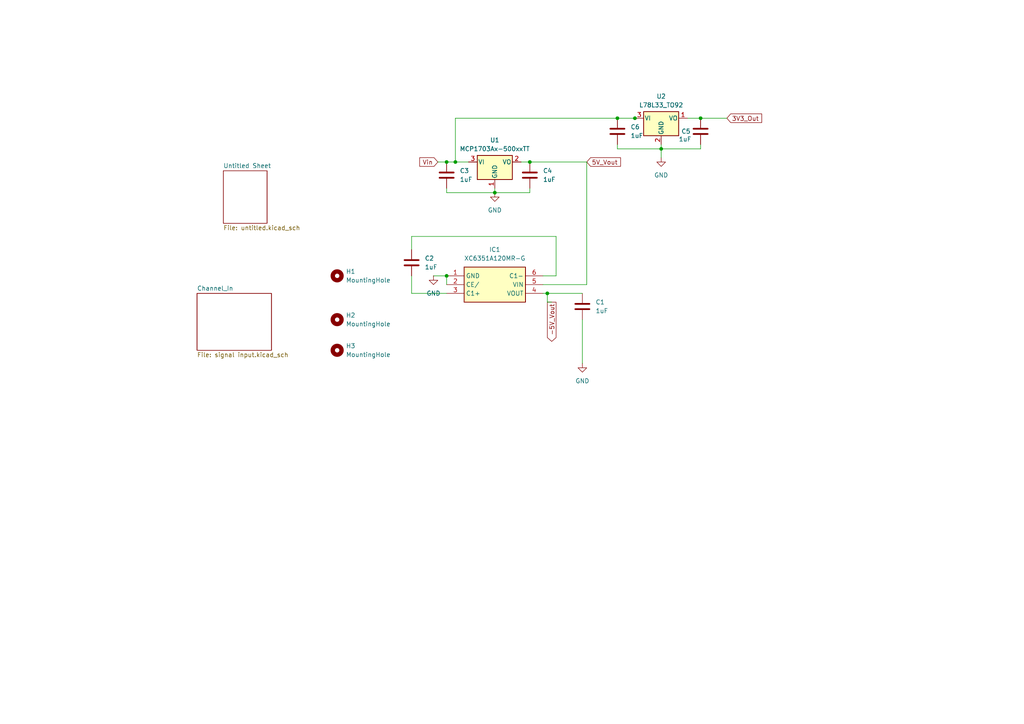
<source format=kicad_sch>
(kicad_sch
	(version 20231120)
	(generator "eeschema")
	(generator_version "8.0")
	(uuid "9f139c87-81e2-409a-bef7-e6303da3de05")
	(paper "A4")
	(lib_symbols
		(symbol "Device:C"
			(pin_numbers hide)
			(pin_names
				(offset 0.254)
			)
			(exclude_from_sim no)
			(in_bom yes)
			(on_board yes)
			(property "Reference" "C"
				(at 0.635 2.54 0)
				(effects
					(font
						(size 1.27 1.27)
					)
					(justify left)
				)
			)
			(property "Value" "C"
				(at 0.635 -2.54 0)
				(effects
					(font
						(size 1.27 1.27)
					)
					(justify left)
				)
			)
			(property "Footprint" ""
				(at 0.9652 -3.81 0)
				(effects
					(font
						(size 1.27 1.27)
					)
					(hide yes)
				)
			)
			(property "Datasheet" "~"
				(at 0 0 0)
				(effects
					(font
						(size 1.27 1.27)
					)
					(hide yes)
				)
			)
			(property "Description" "Unpolarized capacitor"
				(at 0 0 0)
				(effects
					(font
						(size 1.27 1.27)
					)
					(hide yes)
				)
			)
			(property "ki_keywords" "cap capacitor"
				(at 0 0 0)
				(effects
					(font
						(size 1.27 1.27)
					)
					(hide yes)
				)
			)
			(property "ki_fp_filters" "C_*"
				(at 0 0 0)
				(effects
					(font
						(size 1.27 1.27)
					)
					(hide yes)
				)
			)
			(symbol "C_0_1"
				(polyline
					(pts
						(xy -2.032 -0.762) (xy 2.032 -0.762)
					)
					(stroke
						(width 0.508)
						(type default)
					)
					(fill
						(type none)
					)
				)
				(polyline
					(pts
						(xy -2.032 0.762) (xy 2.032 0.762)
					)
					(stroke
						(width 0.508)
						(type default)
					)
					(fill
						(type none)
					)
				)
			)
			(symbol "C_1_1"
				(pin passive line
					(at 0 3.81 270)
					(length 2.794)
					(name "~"
						(effects
							(font
								(size 1.27 1.27)
							)
						)
					)
					(number "1"
						(effects
							(font
								(size 1.27 1.27)
							)
						)
					)
				)
				(pin passive line
					(at 0 -3.81 90)
					(length 2.794)
					(name "~"
						(effects
							(font
								(size 1.27 1.27)
							)
						)
					)
					(number "2"
						(effects
							(font
								(size 1.27 1.27)
							)
						)
					)
				)
			)
		)
		(symbol "Mechanical:MountingHole"
			(pin_names
				(offset 1.016)
			)
			(exclude_from_sim yes)
			(in_bom no)
			(on_board yes)
			(property "Reference" "H"
				(at 0 5.08 0)
				(effects
					(font
						(size 1.27 1.27)
					)
				)
			)
			(property "Value" "MountingHole"
				(at 0 3.175 0)
				(effects
					(font
						(size 1.27 1.27)
					)
				)
			)
			(property "Footprint" ""
				(at 0 0 0)
				(effects
					(font
						(size 1.27 1.27)
					)
					(hide yes)
				)
			)
			(property "Datasheet" "~"
				(at 0 0 0)
				(effects
					(font
						(size 1.27 1.27)
					)
					(hide yes)
				)
			)
			(property "Description" "Mounting Hole without connection"
				(at 0 0 0)
				(effects
					(font
						(size 1.27 1.27)
					)
					(hide yes)
				)
			)
			(property "ki_keywords" "mounting hole"
				(at 0 0 0)
				(effects
					(font
						(size 1.27 1.27)
					)
					(hide yes)
				)
			)
			(property "ki_fp_filters" "MountingHole*"
				(at 0 0 0)
				(effects
					(font
						(size 1.27 1.27)
					)
					(hide yes)
				)
			)
			(symbol "MountingHole_0_1"
				(circle
					(center 0 0)
					(radius 1.27)
					(stroke
						(width 1.27)
						(type default)
					)
					(fill
						(type none)
					)
				)
			)
		)
		(symbol "Regulator_Linear:L78L33_TO92"
			(pin_names
				(offset 0.254)
			)
			(exclude_from_sim no)
			(in_bom yes)
			(on_board yes)
			(property "Reference" "U"
				(at -3.81 3.175 0)
				(effects
					(font
						(size 1.27 1.27)
					)
				)
			)
			(property "Value" "L78L33_TO92"
				(at 0 3.175 0)
				(effects
					(font
						(size 1.27 1.27)
					)
					(justify left)
				)
			)
			(property "Footprint" "Package_TO_SOT_THT:TO-92_Inline"
				(at 0 5.715 0)
				(effects
					(font
						(size 1.27 1.27)
						(italic yes)
					)
					(hide yes)
				)
			)
			(property "Datasheet" "http://www.st.com/content/ccc/resource/technical/document/datasheet/15/55/e5/aa/23/5b/43/fd/CD00000446.pdf/files/CD00000446.pdf/jcr:content/translations/en.CD00000446.pdf"
				(at 0 -1.27 0)
				(effects
					(font
						(size 1.27 1.27)
					)
					(hide yes)
				)
			)
			(property "Description" "Positive 100mA 30V Linear Regulator, Fixed Output 3.3V, TO-92"
				(at 0 0 0)
				(effects
					(font
						(size 1.27 1.27)
					)
					(hide yes)
				)
			)
			(property "ki_keywords" "Voltage Regulator 100mA Positive"
				(at 0 0 0)
				(effects
					(font
						(size 1.27 1.27)
					)
					(hide yes)
				)
			)
			(property "ki_fp_filters" "TO?92*"
				(at 0 0 0)
				(effects
					(font
						(size 1.27 1.27)
					)
					(hide yes)
				)
			)
			(symbol "L78L33_TO92_0_1"
				(rectangle
					(start -5.08 -5.08)
					(end 5.08 1.905)
					(stroke
						(width 0.254)
						(type default)
					)
					(fill
						(type background)
					)
				)
			)
			(symbol "L78L33_TO92_1_1"
				(pin power_out line
					(at 7.62 0 180)
					(length 2.54)
					(name "VO"
						(effects
							(font
								(size 1.27 1.27)
							)
						)
					)
					(number "1"
						(effects
							(font
								(size 1.27 1.27)
							)
						)
					)
				)
				(pin power_in line
					(at 0 -7.62 90)
					(length 2.54)
					(name "GND"
						(effects
							(font
								(size 1.27 1.27)
							)
						)
					)
					(number "2"
						(effects
							(font
								(size 1.27 1.27)
							)
						)
					)
				)
				(pin power_in line
					(at -7.62 0 0)
					(length 2.54)
					(name "VI"
						(effects
							(font
								(size 1.27 1.27)
							)
						)
					)
					(number "3"
						(effects
							(font
								(size 1.27 1.27)
							)
						)
					)
				)
			)
		)
		(symbol "Regulator_Linear:MCP1703Ax-500xxTT"
			(pin_names
				(offset 0.254)
			)
			(exclude_from_sim no)
			(in_bom yes)
			(on_board yes)
			(property "Reference" "U"
				(at -3.81 3.175 0)
				(effects
					(font
						(size 1.27 1.27)
					)
				)
			)
			(property "Value" "MCP1703Ax-500xxTT"
				(at 0 3.175 0)
				(effects
					(font
						(size 1.27 1.27)
					)
					(justify left)
				)
			)
			(property "Footprint" "Package_TO_SOT_SMD:SOT-23"
				(at 0 5.08 0)
				(effects
					(font
						(size 1.27 1.27)
					)
					(hide yes)
				)
			)
			(property "Datasheet" "http://ww1.microchip.com/downloads/en/DeviceDoc/20005122B.pdf"
				(at 0 -1.27 0)
				(effects
					(font
						(size 1.27 1.27)
					)
					(hide yes)
				)
			)
			(property "Description" "Low Quiescent Current LDO Regulator, 5.0V, 250mA, Vin<=16V, SOT-23"
				(at 0 0 0)
				(effects
					(font
						(size 1.27 1.27)
					)
					(hide yes)
				)
			)
			(property "ki_keywords" "REGULATOR LDO"
				(at 0 0 0)
				(effects
					(font
						(size 1.27 1.27)
					)
					(hide yes)
				)
			)
			(property "ki_fp_filters" "SOT?23*"
				(at 0 0 0)
				(effects
					(font
						(size 1.27 1.27)
					)
					(hide yes)
				)
			)
			(symbol "MCP1703Ax-500xxTT_0_1"
				(rectangle
					(start -5.08 -5.08)
					(end 5.08 1.905)
					(stroke
						(width 0.254)
						(type default)
					)
					(fill
						(type background)
					)
				)
			)
			(symbol "MCP1703Ax-500xxTT_1_1"
				(pin power_in line
					(at 0 -7.62 90)
					(length 2.54)
					(name "GND"
						(effects
							(font
								(size 1.27 1.27)
							)
						)
					)
					(number "1"
						(effects
							(font
								(size 1.27 1.27)
							)
						)
					)
				)
				(pin power_out line
					(at 7.62 0 180)
					(length 2.54)
					(name "VO"
						(effects
							(font
								(size 1.27 1.27)
							)
						)
					)
					(number "2"
						(effects
							(font
								(size 1.27 1.27)
							)
						)
					)
				)
				(pin power_in line
					(at -7.62 0 0)
					(length 2.54)
					(name "VI"
						(effects
							(font
								(size 1.27 1.27)
							)
						)
					)
					(number "3"
						(effects
							(font
								(size 1.27 1.27)
							)
						)
					)
				)
			)
		)
		(symbol "Voltage_Regulator_Torex:XC6351A120MR-G"
			(exclude_from_sim no)
			(in_bom yes)
			(on_board yes)
			(property "Reference" "IC"
				(at 24.13 7.62 0)
				(effects
					(font
						(size 1.27 1.27)
					)
					(justify left top)
				)
			)
			(property "Value" "XC6351A120MR-G"
				(at 24.13 5.08 0)
				(effects
					(font
						(size 1.27 1.27)
					)
					(justify left top)
				)
			)
			(property "Footprint" "SOT95P280X130-6N"
				(at 24.13 -94.92 0)
				(effects
					(font
						(size 1.27 1.27)
					)
					(justify left top)
					(hide yes)
				)
			)
			(property "Datasheet" ""
				(at 24.13 -194.92 0)
				(effects
					(font
						(size 1.27 1.27)
					)
					(justify left top)
					(hide yes)
				)
			)
			(property "Description" "Switching Voltage Regulators Inverter Charge Pump"
				(at 0 0 0)
				(effects
					(font
						(size 1.27 1.27)
					)
					(hide yes)
				)
			)
			(property "Height" "1.3"
				(at 24.13 -394.92 0)
				(effects
					(font
						(size 1.27 1.27)
					)
					(justify left top)
					(hide yes)
				)
			)
			(property "Mouser Part Number" "865-XC6351A120MR-G"
				(at 24.13 -494.92 0)
				(effects
					(font
						(size 1.27 1.27)
					)
					(justify left top)
					(hide yes)
				)
			)
			(property "Mouser Price/Stock" "https://www.mouser.co.uk/ProductDetail/Torex-Semiconductor/XC6351A120MR-G?qs=AsjdqWjXhJ%2Fyet0HYzLeXQ%3D%3D"
				(at 24.13 -594.92 0)
				(effects
					(font
						(size 1.27 1.27)
					)
					(justify left top)
					(hide yes)
				)
			)
			(property "Manufacturer_Name" "Torex"
				(at 24.13 -694.92 0)
				(effects
					(font
						(size 1.27 1.27)
					)
					(justify left top)
					(hide yes)
				)
			)
			(property "Manufacturer_Part_Number" "XC6351A120MR-G"
				(at 24.13 -794.92 0)
				(effects
					(font
						(size 1.27 1.27)
					)
					(justify left top)
					(hide yes)
				)
			)
			(symbol "XC6351A120MR-G_1_1"
				(rectangle
					(start 5.08 2.54)
					(end 22.86 -7.62)
					(stroke
						(width 0.254)
						(type default)
					)
					(fill
						(type background)
					)
				)
				(pin passive line
					(at 0 0 0)
					(length 5.08)
					(name "GND"
						(effects
							(font
								(size 1.27 1.27)
							)
						)
					)
					(number "1"
						(effects
							(font
								(size 1.27 1.27)
							)
						)
					)
				)
				(pin passive line
					(at 0 -2.54 0)
					(length 5.08)
					(name "CE/"
						(effects
							(font
								(size 1.27 1.27)
							)
						)
					)
					(number "2"
						(effects
							(font
								(size 1.27 1.27)
							)
						)
					)
				)
				(pin passive line
					(at 0 -5.08 0)
					(length 5.08)
					(name "C1+"
						(effects
							(font
								(size 1.27 1.27)
							)
						)
					)
					(number "3"
						(effects
							(font
								(size 1.27 1.27)
							)
						)
					)
				)
				(pin passive line
					(at 27.94 -5.08 180)
					(length 5.08)
					(name "VOUT"
						(effects
							(font
								(size 1.27 1.27)
							)
						)
					)
					(number "4"
						(effects
							(font
								(size 1.27 1.27)
							)
						)
					)
				)
				(pin passive line
					(at 27.94 -2.54 180)
					(length 5.08)
					(name "VIN"
						(effects
							(font
								(size 1.27 1.27)
							)
						)
					)
					(number "5"
						(effects
							(font
								(size 1.27 1.27)
							)
						)
					)
				)
				(pin passive line
					(at 27.94 0 180)
					(length 5.08)
					(name "C1-"
						(effects
							(font
								(size 1.27 1.27)
							)
						)
					)
					(number "6"
						(effects
							(font
								(size 1.27 1.27)
							)
						)
					)
				)
			)
		)
		(symbol "power:GND"
			(power)
			(pin_numbers hide)
			(pin_names
				(offset 0) hide)
			(exclude_from_sim no)
			(in_bom yes)
			(on_board yes)
			(property "Reference" "#PWR"
				(at 0 -6.35 0)
				(effects
					(font
						(size 1.27 1.27)
					)
					(hide yes)
				)
			)
			(property "Value" "GND"
				(at 0 -3.81 0)
				(effects
					(font
						(size 1.27 1.27)
					)
				)
			)
			(property "Footprint" ""
				(at 0 0 0)
				(effects
					(font
						(size 1.27 1.27)
					)
					(hide yes)
				)
			)
			(property "Datasheet" ""
				(at 0 0 0)
				(effects
					(font
						(size 1.27 1.27)
					)
					(hide yes)
				)
			)
			(property "Description" "Power symbol creates a global label with name \"GND\" , ground"
				(at 0 0 0)
				(effects
					(font
						(size 1.27 1.27)
					)
					(hide yes)
				)
			)
			(property "ki_keywords" "global power"
				(at 0 0 0)
				(effects
					(font
						(size 1.27 1.27)
					)
					(hide yes)
				)
			)
			(symbol "GND_0_1"
				(polyline
					(pts
						(xy 0 0) (xy 0 -1.27) (xy 1.27 -1.27) (xy 0 -2.54) (xy -1.27 -1.27) (xy 0 -1.27)
					)
					(stroke
						(width 0)
						(type default)
					)
					(fill
						(type none)
					)
				)
			)
			(symbol "GND_1_1"
				(pin power_in line
					(at 0 0 270)
					(length 0)
					(name "~"
						(effects
							(font
								(size 1.27 1.27)
							)
						)
					)
					(number "1"
						(effects
							(font
								(size 1.27 1.27)
							)
						)
					)
				)
			)
		)
	)
	(junction
		(at 184.15 34.29)
		(diameter 0)
		(color 0 0 0 0)
		(uuid "0abe10c2-838b-42a7-9ac5-d08ecc1d6b64")
	)
	(junction
		(at 129.54 46.99)
		(diameter 0)
		(color 0 0 0 0)
		(uuid "4bbd3102-fca5-4fb1-852e-916478b3f00a")
	)
	(junction
		(at 143.51 55.88)
		(diameter 0)
		(color 0 0 0 0)
		(uuid "532f9fd9-5018-4f92-93a0-aa424c5d6a9c")
	)
	(junction
		(at 203.2 34.29)
		(diameter 0)
		(color 0 0 0 0)
		(uuid "5ce5fe4a-4e88-46ff-a8ad-ecc4362b6258")
	)
	(junction
		(at 158.75 85.09)
		(diameter 0)
		(color 0 0 0 0)
		(uuid "7adb674d-69c4-48ac-abf6-f37795da3712")
	)
	(junction
		(at 179.07 34.29)
		(diameter 0)
		(color 0 0 0 0)
		(uuid "8fabacf5-69b7-40a3-8d13-7ceac58c8fce")
	)
	(junction
		(at 129.54 80.01)
		(diameter 0)
		(color 0 0 0 0)
		(uuid "907ce87b-397c-42b2-ac6a-c1d633090034")
	)
	(junction
		(at 132.08 46.99)
		(diameter 0)
		(color 0 0 0 0)
		(uuid "a101acbb-3323-423d-85d5-f4c59af25a80")
	)
	(junction
		(at 191.77 43.18)
		(diameter 0)
		(color 0 0 0 0)
		(uuid "cb40cbe1-d380-4262-b3f3-75fe12cf3385")
	)
	(junction
		(at 153.67 46.99)
		(diameter 0)
		(color 0 0 0 0)
		(uuid "cec872a6-531c-4b65-af08-b0d4424a9dbe")
	)
	(wire
		(pts
			(xy 191.77 45.72) (xy 191.77 43.18)
		)
		(stroke
			(width 0)
			(type default)
		)
		(uuid "05eec3e3-8e9e-4677-a78e-3087adfcd234")
	)
	(wire
		(pts
			(xy 119.38 80.01) (xy 119.38 85.09)
		)
		(stroke
			(width 0)
			(type default)
		)
		(uuid "0d56f6ed-d994-4ff1-9ac4-cf56394ce056")
	)
	(wire
		(pts
			(xy 143.51 55.88) (xy 129.54 55.88)
		)
		(stroke
			(width 0)
			(type default)
		)
		(uuid "121879dc-caba-4760-9132-c01c40d2d08f")
	)
	(wire
		(pts
			(xy 158.75 85.09) (xy 168.91 85.09)
		)
		(stroke
			(width 0)
			(type default)
		)
		(uuid "14e2ebf4-7c8f-4ddd-9829-aaec3a2e8233")
	)
	(wire
		(pts
			(xy 129.54 54.61) (xy 129.54 55.88)
		)
		(stroke
			(width 0)
			(type default)
		)
		(uuid "1f88330c-bd56-49d7-970f-3bcaa6a141eb")
	)
	(wire
		(pts
			(xy 199.39 34.29) (xy 203.2 34.29)
		)
		(stroke
			(width 0)
			(type default)
		)
		(uuid "29968bd3-a98b-47b9-a872-e1bc3d2b7b61")
	)
	(wire
		(pts
			(xy 158.75 87.63) (xy 158.75 85.09)
		)
		(stroke
			(width 0)
			(type default)
		)
		(uuid "36a22404-afb3-48b9-a3db-5279a58026bf")
	)
	(wire
		(pts
			(xy 179.07 34.29) (xy 184.15 34.29)
		)
		(stroke
			(width 0)
			(type default)
		)
		(uuid "3903f81d-0ed1-46d5-879d-3c2563e4f218")
	)
	(wire
		(pts
			(xy 143.51 54.61) (xy 143.51 55.88)
		)
		(stroke
			(width 0)
			(type default)
		)
		(uuid "3f141834-bd5d-4708-90cb-0b0a99e0abe2")
	)
	(wire
		(pts
			(xy 143.51 55.88) (xy 153.67 55.88)
		)
		(stroke
			(width 0)
			(type default)
		)
		(uuid "451f4378-a99e-40cf-97c6-c7bfef81e384")
	)
	(wire
		(pts
			(xy 179.07 43.18) (xy 191.77 43.18)
		)
		(stroke
			(width 0)
			(type default)
		)
		(uuid "46870e0f-d6aa-4592-b453-98e97b3cded2")
	)
	(wire
		(pts
			(xy 184.15 34.29) (xy 185.42 34.29)
		)
		(stroke
			(width 0)
			(type default)
		)
		(uuid "531b10c0-a655-4073-96f7-f24236616124")
	)
	(wire
		(pts
			(xy 153.67 54.61) (xy 153.67 55.88)
		)
		(stroke
			(width 0)
			(type default)
		)
		(uuid "64a89943-32ec-4ad7-9a73-16ef925c7172")
	)
	(wire
		(pts
			(xy 129.54 46.99) (xy 132.08 46.99)
		)
		(stroke
			(width 0)
			(type default)
		)
		(uuid "664e924f-0c4a-49da-b817-b108260a26d8")
	)
	(wire
		(pts
			(xy 157.48 82.55) (xy 170.18 82.55)
		)
		(stroke
			(width 0)
			(type default)
		)
		(uuid "69fe6d68-9445-40c7-bee9-78429a4a1ab0")
	)
	(wire
		(pts
			(xy 132.08 46.99) (xy 135.89 46.99)
		)
		(stroke
			(width 0)
			(type default)
		)
		(uuid "72072ac0-abff-4ff2-bff3-674aa7c9f1bc")
	)
	(wire
		(pts
			(xy 129.54 80.01) (xy 129.54 82.55)
		)
		(stroke
			(width 0)
			(type default)
		)
		(uuid "742f4369-b532-4898-8b0c-e93ccf000e83")
	)
	(wire
		(pts
			(xy 125.73 80.01) (xy 129.54 80.01)
		)
		(stroke
			(width 0)
			(type default)
		)
		(uuid "77404cb6-22d8-4ef7-a833-099d2aefb767")
	)
	(wire
		(pts
			(xy 168.91 92.71) (xy 168.91 105.41)
		)
		(stroke
			(width 0)
			(type default)
		)
		(uuid "897126fa-7d30-4d48-87e0-c022091d2110")
	)
	(wire
		(pts
			(xy 119.38 68.58) (xy 161.29 68.58)
		)
		(stroke
			(width 0)
			(type default)
		)
		(uuid "8ef48fc3-49be-4d00-99dc-7a7a285aab3b")
	)
	(wire
		(pts
			(xy 158.75 87.63) (xy 160.02 87.63)
		)
		(stroke
			(width 0)
			(type default)
		)
		(uuid "922d7382-4e89-4f25-806f-4c3b232d1491")
	)
	(wire
		(pts
			(xy 203.2 43.18) (xy 203.2 41.91)
		)
		(stroke
			(width 0)
			(type default)
		)
		(uuid "97906eb1-ee55-44fc-a8d7-6d40caa4bd68")
	)
	(wire
		(pts
			(xy 161.29 68.58) (xy 161.29 80.01)
		)
		(stroke
			(width 0)
			(type default)
		)
		(uuid "9e368ec9-7240-482a-bc86-eb62f4c26757")
	)
	(wire
		(pts
			(xy 161.29 80.01) (xy 157.48 80.01)
		)
		(stroke
			(width 0)
			(type default)
		)
		(uuid "9fc474cf-0d40-4341-a946-43294ac55cf9")
	)
	(wire
		(pts
			(xy 151.13 46.99) (xy 153.67 46.99)
		)
		(stroke
			(width 0)
			(type default)
		)
		(uuid "abd5dcec-b47b-4f1a-b087-ffa97adb3df9")
	)
	(wire
		(pts
			(xy 119.38 85.09) (xy 129.54 85.09)
		)
		(stroke
			(width 0)
			(type default)
		)
		(uuid "ac2d3485-3c3b-49d4-8276-5500bc67be47")
	)
	(wire
		(pts
			(xy 170.18 46.99) (xy 153.67 46.99)
		)
		(stroke
			(width 0)
			(type default)
		)
		(uuid "b3f2d49e-689c-4b0f-9bab-0d75c5d53294")
	)
	(wire
		(pts
			(xy 203.2 34.29) (xy 210.82 34.29)
		)
		(stroke
			(width 0)
			(type default)
		)
		(uuid "beb3556b-286b-4531-982c-ae47e4421e40")
	)
	(wire
		(pts
			(xy 132.08 34.29) (xy 179.07 34.29)
		)
		(stroke
			(width 0)
			(type default)
		)
		(uuid "bf91539b-5479-4a4e-9dc0-966fabd08942")
	)
	(wire
		(pts
			(xy 119.38 72.39) (xy 119.38 68.58)
		)
		(stroke
			(width 0)
			(type default)
		)
		(uuid "ce9d7031-f46b-47bf-8184-68044d99f246")
	)
	(wire
		(pts
			(xy 179.07 41.91) (xy 179.07 43.18)
		)
		(stroke
			(width 0)
			(type default)
		)
		(uuid "d4e7fa71-865b-4020-8b68-2688511b9c8c")
	)
	(wire
		(pts
			(xy 170.18 46.99) (xy 170.18 82.55)
		)
		(stroke
			(width 0)
			(type default)
		)
		(uuid "e5889c5e-3ed0-4cc5-89c7-753429e6a24d")
	)
	(wire
		(pts
			(xy 127 46.99) (xy 129.54 46.99)
		)
		(stroke
			(width 0)
			(type default)
		)
		(uuid "e9db8ae0-c95c-46da-aa2d-4c9c9812f367")
	)
	(wire
		(pts
			(xy 158.75 85.09) (xy 157.48 85.09)
		)
		(stroke
			(width 0)
			(type default)
		)
		(uuid "ea252ceb-0755-4bf3-aa88-5eaf0f2d1113")
	)
	(wire
		(pts
			(xy 132.08 46.99) (xy 132.08 34.29)
		)
		(stroke
			(width 0)
			(type default)
		)
		(uuid "ec7bcc54-cf99-46c6-8d0d-cbe3d020f51a")
	)
	(wire
		(pts
			(xy 191.77 43.18) (xy 203.2 43.18)
		)
		(stroke
			(width 0)
			(type default)
		)
		(uuid "f4ee9b96-7fd4-43c8-a56b-e19ec15c4beb")
	)
	(wire
		(pts
			(xy 191.77 43.18) (xy 191.77 41.91)
		)
		(stroke
			(width 0)
			(type default)
		)
		(uuid "f7d70df1-0be6-4040-969d-204b124efc11")
	)
	(global_label "3V3_Out"
		(shape input)
		(at 210.82 34.29 0)
		(fields_autoplaced yes)
		(effects
			(font
				(size 1.27 1.27)
			)
			(justify left)
		)
		(uuid "74a8b43a-fd63-46e8-9138-1881baf2fc93")
		(property "Intersheetrefs" "${INTERSHEET_REFS}"
			(at 221.4856 34.29 0)
			(effects
				(font
					(size 1.27 1.27)
				)
				(justify left)
				(hide yes)
			)
		)
	)
	(global_label "Vin"
		(shape input)
		(at 127 46.99 180)
		(fields_autoplaced yes)
		(effects
			(font
				(size 1.27 1.27)
			)
			(justify right)
		)
		(uuid "74f69a65-f4f8-4b9f-8476-3ea10e0877f2")
		(property "Intersheetrefs" "${INTERSHEET_REFS}"
			(at 121.1724 46.99 0)
			(effects
				(font
					(size 1.27 1.27)
				)
				(justify right)
				(hide yes)
			)
		)
	)
	(global_label "5V_Vout"
		(shape input)
		(at 170.18 46.99 0)
		(fields_autoplaced yes)
		(effects
			(font
				(size 1.27 1.27)
			)
			(justify left)
		)
		(uuid "9f329455-028f-408c-beed-a544899d1f17")
		(property "Intersheetrefs" "${INTERSHEET_REFS}"
			(at 180.5432 46.99 0)
			(effects
				(font
					(size 1.27 1.27)
				)
				(justify left)
				(hide yes)
			)
		)
	)
	(global_label "-5V_Vout"
		(shape output)
		(at 160.02 87.63 270)
		(fields_autoplaced yes)
		(effects
			(font
				(size 1.27 1.27)
			)
			(justify right)
		)
		(uuid "9fcf02f0-5f02-4d19-9c03-f126469a1671")
		(property "Intersheetrefs" "${INTERSHEET_REFS}"
			(at 160.02 99.5656 90)
			(effects
				(font
					(size 1.27 1.27)
				)
				(justify right)
				(hide yes)
			)
		)
	)
	(symbol
		(lib_id "Mechanical:MountingHole")
		(at 97.79 101.6 0)
		(unit 1)
		(exclude_from_sim yes)
		(in_bom no)
		(on_board yes)
		(dnp no)
		(fields_autoplaced yes)
		(uuid "0468b405-1e97-4fb3-98c3-011b019b6d8a")
		(property "Reference" "H3"
			(at 100.33 100.3299 0)
			(effects
				(font
					(size 1.27 1.27)
				)
				(justify left)
			)
		)
		(property "Value" "MountingHole"
			(at 100.33 102.8699 0)
			(effects
				(font
					(size 1.27 1.27)
				)
				(justify left)
			)
		)
		(property "Footprint" "MountingHole:MountingHole_3.2mm_M3"
			(at 97.79 101.6 0)
			(effects
				(font
					(size 1.27 1.27)
				)
				(hide yes)
			)
		)
		(property "Datasheet" "~"
			(at 97.79 101.6 0)
			(effects
				(font
					(size 1.27 1.27)
				)
				(hide yes)
			)
		)
		(property "Description" "Mounting Hole without connection"
			(at 97.79 101.6 0)
			(effects
				(font
					(size 1.27 1.27)
				)
				(hide yes)
			)
		)
		(instances
			(project "power_block"
				(path "/9f139c87-81e2-409a-bef7-e6303da3de05"
					(reference "H3")
					(unit 1)
				)
			)
		)
	)
	(symbol
		(lib_id "Device:C")
		(at 119.38 76.2 0)
		(unit 1)
		(exclude_from_sim no)
		(in_bom yes)
		(on_board yes)
		(dnp no)
		(fields_autoplaced yes)
		(uuid "171635dd-da68-478a-864a-c33ffe4951f3")
		(property "Reference" "C2"
			(at 123.19 74.9299 0)
			(effects
				(font
					(size 1.27 1.27)
				)
				(justify left)
			)
		)
		(property "Value" "1uF"
			(at 123.19 77.4699 0)
			(effects
				(font
					(size 1.27 1.27)
				)
				(justify left)
			)
		)
		(property "Footprint" "Capacitor_SMD:C_0603_1608Metric_Pad1.08x0.95mm_HandSolder"
			(at 120.3452 80.01 0)
			(effects
				(font
					(size 1.27 1.27)
				)
				(hide yes)
			)
		)
		(property "Datasheet" "~"
			(at 119.38 76.2 0)
			(effects
				(font
					(size 1.27 1.27)
				)
				(hide yes)
			)
		)
		(property "Description" "Unpolarized capacitor"
			(at 119.38 76.2 0)
			(effects
				(font
					(size 1.27 1.27)
				)
				(hide yes)
			)
		)
		(pin "2"
			(uuid "5171dd64-f43a-4724-a1d0-5dc9ce1cad0f")
		)
		(pin "1"
			(uuid "795df216-f19a-458c-9811-77390ca2c112")
		)
		(instances
			(project "power_block"
				(path "/9f139c87-81e2-409a-bef7-e6303da3de05"
					(reference "C2")
					(unit 1)
				)
			)
		)
	)
	(symbol
		(lib_id "Device:C")
		(at 203.2 38.1 180)
		(unit 1)
		(exclude_from_sim no)
		(in_bom yes)
		(on_board yes)
		(dnp no)
		(uuid "173055b4-8600-4014-bc4a-6ba9c52ed684")
		(property "Reference" "C5"
			(at 197.612 38.1 0)
			(effects
				(font
					(size 1.27 1.27)
				)
				(justify right)
			)
		)
		(property "Value" "1uF"
			(at 196.85 40.386 0)
			(effects
				(font
					(size 1.27 1.27)
				)
				(justify right)
			)
		)
		(property "Footprint" "Capacitor_SMD:C_0603_1608Metric_Pad1.08x0.95mm_HandSolder"
			(at 202.2348 34.29 0)
			(effects
				(font
					(size 1.27 1.27)
				)
				(hide yes)
			)
		)
		(property "Datasheet" "~"
			(at 203.2 38.1 0)
			(effects
				(font
					(size 1.27 1.27)
				)
				(hide yes)
			)
		)
		(property "Description" "Unpolarized capacitor"
			(at 203.2 38.1 0)
			(effects
				(font
					(size 1.27 1.27)
				)
				(hide yes)
			)
		)
		(pin "2"
			(uuid "4c696bd4-fd80-47c4-9fba-c27319f04069")
		)
		(pin "1"
			(uuid "0e590545-34f5-42cf-9858-83226d4b0d95")
		)
		(instances
			(project "power_block"
				(path "/9f139c87-81e2-409a-bef7-e6303da3de05"
					(reference "C5")
					(unit 1)
				)
			)
		)
	)
	(symbol
		(lib_id "power:GND")
		(at 143.51 55.88 0)
		(unit 1)
		(exclude_from_sim no)
		(in_bom yes)
		(on_board yes)
		(dnp no)
		(fields_autoplaced yes)
		(uuid "1df5f86e-6208-471c-bab0-74df422071ee")
		(property "Reference" "#PWR01"
			(at 143.51 62.23 0)
			(effects
				(font
					(size 1.27 1.27)
				)
				(hide yes)
			)
		)
		(property "Value" "GND"
			(at 143.51 60.96 0)
			(effects
				(font
					(size 1.27 1.27)
				)
			)
		)
		(property "Footprint" ""
			(at 143.51 55.88 0)
			(effects
				(font
					(size 1.27 1.27)
				)
				(hide yes)
			)
		)
		(property "Datasheet" ""
			(at 143.51 55.88 0)
			(effects
				(font
					(size 1.27 1.27)
				)
				(hide yes)
			)
		)
		(property "Description" "Power symbol creates a global label with name \"GND\" , ground"
			(at 143.51 55.88 0)
			(effects
				(font
					(size 1.27 1.27)
				)
				(hide yes)
			)
		)
		(pin "1"
			(uuid "af94cbbd-8127-427f-abf6-7be6e2cadc9b")
		)
		(instances
			(project "power_block"
				(path "/9f139c87-81e2-409a-bef7-e6303da3de05"
					(reference "#PWR01")
					(unit 1)
				)
			)
		)
	)
	(symbol
		(lib_id "power:GND")
		(at 168.91 105.41 0)
		(unit 1)
		(exclude_from_sim no)
		(in_bom yes)
		(on_board yes)
		(dnp no)
		(fields_autoplaced yes)
		(uuid "1f3ff556-4740-4eb1-ab3e-33d8d71ddff7")
		(property "Reference" "#PWR03"
			(at 168.91 111.76 0)
			(effects
				(font
					(size 1.27 1.27)
				)
				(hide yes)
			)
		)
		(property "Value" "GND"
			(at 168.91 110.49 0)
			(effects
				(font
					(size 1.27 1.27)
				)
			)
		)
		(property "Footprint" ""
			(at 168.91 105.41 0)
			(effects
				(font
					(size 1.27 1.27)
				)
				(hide yes)
			)
		)
		(property "Datasheet" ""
			(at 168.91 105.41 0)
			(effects
				(font
					(size 1.27 1.27)
				)
				(hide yes)
			)
		)
		(property "Description" "Power symbol creates a global label with name \"GND\" , ground"
			(at 168.91 105.41 0)
			(effects
				(font
					(size 1.27 1.27)
				)
				(hide yes)
			)
		)
		(pin "1"
			(uuid "53918094-8dd0-49c2-90ab-853df4f65b44")
		)
		(instances
			(project "power_block"
				(path "/9f139c87-81e2-409a-bef7-e6303da3de05"
					(reference "#PWR03")
					(unit 1)
				)
			)
		)
	)
	(symbol
		(lib_id "Regulator_Linear:L78L33_TO92")
		(at 191.77 34.29 0)
		(unit 1)
		(exclude_from_sim no)
		(in_bom yes)
		(on_board yes)
		(dnp no)
		(fields_autoplaced yes)
		(uuid "258a8580-a5fb-438d-b860-3e4c3fea47de")
		(property "Reference" "U2"
			(at 191.77 27.94 0)
			(effects
				(font
					(size 1.27 1.27)
				)
			)
		)
		(property "Value" "L78L33_TO92"
			(at 191.77 30.48 0)
			(effects
				(font
					(size 1.27 1.27)
				)
			)
		)
		(property "Footprint" "Package_TO_SOT_THT:TO-92_Inline_Wide"
			(at 191.77 28.575 0)
			(effects
				(font
					(size 1.27 1.27)
					(italic yes)
				)
				(hide yes)
			)
		)
		(property "Datasheet" "http://www.st.com/content/ccc/resource/technical/document/datasheet/15/55/e5/aa/23/5b/43/fd/CD00000446.pdf/files/CD00000446.pdf/jcr:content/translations/en.CD00000446.pdf"
			(at 191.77 35.56 0)
			(effects
				(font
					(size 1.27 1.27)
				)
				(hide yes)
			)
		)
		(property "Description" "Positive 100mA 30V Linear Regulator, Fixed Output 3.3V, TO-92"
			(at 191.77 34.29 0)
			(effects
				(font
					(size 1.27 1.27)
				)
				(hide yes)
			)
		)
		(pin "1"
			(uuid "325db0ed-114e-4acc-97fd-51f0457774ac")
		)
		(pin "2"
			(uuid "f493cfe9-61d2-49ef-8e75-4eb70438aaf3")
		)
		(pin "3"
			(uuid "9f25832b-4c7e-4fa1-b2f0-6a80d9e1e609")
		)
		(instances
			(project "power_block"
				(path "/9f139c87-81e2-409a-bef7-e6303da3de05"
					(reference "U2")
					(unit 1)
				)
			)
		)
	)
	(symbol
		(lib_id "Mechanical:MountingHole")
		(at 97.79 92.71 0)
		(unit 1)
		(exclude_from_sim yes)
		(in_bom no)
		(on_board yes)
		(dnp no)
		(fields_autoplaced yes)
		(uuid "25ed7016-739a-4942-8f01-3b319f7f1777")
		(property "Reference" "H2"
			(at 100.33 91.4399 0)
			(effects
				(font
					(size 1.27 1.27)
				)
				(justify left)
			)
		)
		(property "Value" "MountingHole"
			(at 100.33 93.9799 0)
			(effects
				(font
					(size 1.27 1.27)
				)
				(justify left)
			)
		)
		(property "Footprint" "MountingHole:MountingHole_3.2mm_M3"
			(at 97.79 92.71 0)
			(effects
				(font
					(size 1.27 1.27)
				)
				(hide yes)
			)
		)
		(property "Datasheet" "~"
			(at 97.79 92.71 0)
			(effects
				(font
					(size 1.27 1.27)
				)
				(hide yes)
			)
		)
		(property "Description" "Mounting Hole without connection"
			(at 97.79 92.71 0)
			(effects
				(font
					(size 1.27 1.27)
				)
				(hide yes)
			)
		)
		(instances
			(project "power_block"
				(path "/9f139c87-81e2-409a-bef7-e6303da3de05"
					(reference "H2")
					(unit 1)
				)
			)
		)
	)
	(symbol
		(lib_id "Device:C")
		(at 153.67 50.8 0)
		(unit 1)
		(exclude_from_sim no)
		(in_bom yes)
		(on_board yes)
		(dnp no)
		(fields_autoplaced yes)
		(uuid "3fcfcabc-bd7b-4c53-9c14-cff6d2bfd946")
		(property "Reference" "C4"
			(at 157.48 49.5299 0)
			(effects
				(font
					(size 1.27 1.27)
				)
				(justify left)
			)
		)
		(property "Value" "1uF"
			(at 157.48 52.0699 0)
			(effects
				(font
					(size 1.27 1.27)
				)
				(justify left)
			)
		)
		(property "Footprint" "Capacitor_SMD:C_0603_1608Metric_Pad1.08x0.95mm_HandSolder"
			(at 154.6352 54.61 0)
			(effects
				(font
					(size 1.27 1.27)
				)
				(hide yes)
			)
		)
		(property "Datasheet" "~"
			(at 153.67 50.8 0)
			(effects
				(font
					(size 1.27 1.27)
				)
				(hide yes)
			)
		)
		(property "Description" "Unpolarized capacitor"
			(at 153.67 50.8 0)
			(effects
				(font
					(size 1.27 1.27)
				)
				(hide yes)
			)
		)
		(pin "2"
			(uuid "934143aa-e0cf-4657-b479-08a3b44009e3")
		)
		(pin "1"
			(uuid "c4c24bb4-4372-4362-8520-f8d426a4a11a")
		)
		(instances
			(project "power_block"
				(path "/9f139c87-81e2-409a-bef7-e6303da3de05"
					(reference "C4")
					(unit 1)
				)
			)
		)
	)
	(symbol
		(lib_id "power:GND")
		(at 125.73 80.01 0)
		(unit 1)
		(exclude_from_sim no)
		(in_bom yes)
		(on_board yes)
		(dnp no)
		(fields_autoplaced yes)
		(uuid "61903510-12f7-4914-9817-1ae03bbb808c")
		(property "Reference" "#PWR04"
			(at 125.73 86.36 0)
			(effects
				(font
					(size 1.27 1.27)
				)
				(hide yes)
			)
		)
		(property "Value" "GND"
			(at 125.73 85.09 0)
			(effects
				(font
					(size 1.27 1.27)
				)
			)
		)
		(property "Footprint" ""
			(at 125.73 80.01 0)
			(effects
				(font
					(size 1.27 1.27)
				)
				(hide yes)
			)
		)
		(property "Datasheet" ""
			(at 125.73 80.01 0)
			(effects
				(font
					(size 1.27 1.27)
				)
				(hide yes)
			)
		)
		(property "Description" "Power symbol creates a global label with name \"GND\" , ground"
			(at 125.73 80.01 0)
			(effects
				(font
					(size 1.27 1.27)
				)
				(hide yes)
			)
		)
		(pin "1"
			(uuid "3c5cfe2e-123f-4871-84ab-b09d4de3fed4")
		)
		(instances
			(project "power_block"
				(path "/9f139c87-81e2-409a-bef7-e6303da3de05"
					(reference "#PWR04")
					(unit 1)
				)
			)
		)
	)
	(symbol
		(lib_id "Device:C")
		(at 168.91 88.9 0)
		(unit 1)
		(exclude_from_sim no)
		(in_bom yes)
		(on_board yes)
		(dnp no)
		(fields_autoplaced yes)
		(uuid "81562657-0544-49de-a0c6-c9aca6ba3b94")
		(property "Reference" "C1"
			(at 172.72 87.6299 0)
			(effects
				(font
					(size 1.27 1.27)
				)
				(justify left)
			)
		)
		(property "Value" "1uF"
			(at 172.72 90.1699 0)
			(effects
				(font
					(size 1.27 1.27)
				)
				(justify left)
			)
		)
		(property "Footprint" "Capacitor_SMD:C_0603_1608Metric_Pad1.08x0.95mm_HandSolder"
			(at 169.8752 92.71 0)
			(effects
				(font
					(size 1.27 1.27)
				)
				(hide yes)
			)
		)
		(property "Datasheet" "~"
			(at 168.91 88.9 0)
			(effects
				(font
					(size 1.27 1.27)
				)
				(hide yes)
			)
		)
		(property "Description" "Unpolarized capacitor"
			(at 168.91 88.9 0)
			(effects
				(font
					(size 1.27 1.27)
				)
				(hide yes)
			)
		)
		(pin "1"
			(uuid "81d8985c-98f2-419f-9386-2e33e7a33821")
		)
		(pin "2"
			(uuid "7d439757-3ab9-4bcb-9dbf-3f6ae01b8b5d")
		)
		(instances
			(project "power_block"
				(path "/9f139c87-81e2-409a-bef7-e6303da3de05"
					(reference "C1")
					(unit 1)
				)
			)
		)
	)
	(symbol
		(lib_id "Device:C")
		(at 129.54 50.8 0)
		(unit 1)
		(exclude_from_sim no)
		(in_bom yes)
		(on_board yes)
		(dnp no)
		(fields_autoplaced yes)
		(uuid "9e087cc8-4e50-424a-b4f0-980069bb7521")
		(property "Reference" "C3"
			(at 133.35 49.5299 0)
			(effects
				(font
					(size 1.27 1.27)
				)
				(justify left)
			)
		)
		(property "Value" "1uF"
			(at 133.35 52.0699 0)
			(effects
				(font
					(size 1.27 1.27)
				)
				(justify left)
			)
		)
		(property "Footprint" "Capacitor_SMD:C_0603_1608Metric_Pad1.08x0.95mm_HandSolder"
			(at 130.5052 54.61 0)
			(effects
				(font
					(size 1.27 1.27)
				)
				(hide yes)
			)
		)
		(property "Datasheet" "~"
			(at 129.54 50.8 0)
			(effects
				(font
					(size 1.27 1.27)
				)
				(hide yes)
			)
		)
		(property "Description" "Unpolarized capacitor"
			(at 129.54 50.8 0)
			(effects
				(font
					(size 1.27 1.27)
				)
				(hide yes)
			)
		)
		(pin "2"
			(uuid "8a1a7206-52fa-4081-881f-ca58f810b08e")
		)
		(pin "1"
			(uuid "3dde7bcd-7a64-4dd7-b240-d03d3ce98251")
		)
		(instances
			(project "power_block"
				(path "/9f139c87-81e2-409a-bef7-e6303da3de05"
					(reference "C3")
					(unit 1)
				)
			)
		)
	)
	(symbol
		(lib_id "power:GND")
		(at 191.77 45.72 0)
		(unit 1)
		(exclude_from_sim no)
		(in_bom yes)
		(on_board yes)
		(dnp no)
		(fields_autoplaced yes)
		(uuid "a69fdf21-8594-4dfd-b0a8-f40db5d4984b")
		(property "Reference" "#PWR02"
			(at 191.77 52.07 0)
			(effects
				(font
					(size 1.27 1.27)
				)
				(hide yes)
			)
		)
		(property "Value" "GND"
			(at 191.77 50.8 0)
			(effects
				(font
					(size 1.27 1.27)
				)
			)
		)
		(property "Footprint" ""
			(at 191.77 45.72 0)
			(effects
				(font
					(size 1.27 1.27)
				)
				(hide yes)
			)
		)
		(property "Datasheet" ""
			(at 191.77 45.72 0)
			(effects
				(font
					(size 1.27 1.27)
				)
				(hide yes)
			)
		)
		(property "Description" "Power symbol creates a global label with name \"GND\" , ground"
			(at 191.77 45.72 0)
			(effects
				(font
					(size 1.27 1.27)
				)
				(hide yes)
			)
		)
		(pin "1"
			(uuid "43fb3b08-d730-42fc-a475-9a1f20795689")
		)
		(instances
			(project "power_block"
				(path "/9f139c87-81e2-409a-bef7-e6303da3de05"
					(reference "#PWR02")
					(unit 1)
				)
			)
		)
	)
	(symbol
		(lib_id "Voltage_Regulator_Torex:XC6351A120MR-G")
		(at 129.54 80.01 0)
		(unit 1)
		(exclude_from_sim no)
		(in_bom yes)
		(on_board yes)
		(dnp no)
		(fields_autoplaced yes)
		(uuid "b83a22a1-8c27-4049-b131-b609dfa4bdc8")
		(property "Reference" "IC1"
			(at 143.51 72.39 0)
			(effects
				(font
					(size 1.27 1.27)
				)
			)
		)
		(property "Value" "XC6351A120MR-G"
			(at 143.51 74.93 0)
			(effects
				(font
					(size 1.27 1.27)
				)
			)
		)
		(property "Footprint" "Package_TO_SOT_SMD:SOT-23-6"
			(at 153.67 174.93 0)
			(effects
				(font
					(size 1.27 1.27)
				)
				(justify left top)
				(hide yes)
			)
		)
		(property "Datasheet" ""
			(at 153.67 274.93 0)
			(effects
				(font
					(size 1.27 1.27)
				)
				(justify left top)
				(hide yes)
			)
		)
		(property "Description" "Switching Voltage Regulators Inverter Charge Pump"
			(at 129.54 80.01 0)
			(effects
				(font
					(size 1.27 1.27)
				)
				(hide yes)
			)
		)
		(property "Height" "1.3"
			(at 153.67 474.93 0)
			(effects
				(font
					(size 1.27 1.27)
				)
				(justify left top)
				(hide yes)
			)
		)
		(property "Mouser Part Number" "865-XC6351A120MR-G"
			(at 153.67 574.93 0)
			(effects
				(font
					(size 1.27 1.27)
				)
				(justify left top)
				(hide yes)
			)
		)
		(property "Mouser Price/Stock" "https://www.mouser.co.uk/ProductDetail/Torex-Semiconductor/XC6351A120MR-G?qs=AsjdqWjXhJ%2Fyet0HYzLeXQ%3D%3D"
			(at 153.67 674.93 0)
			(effects
				(font
					(size 1.27 1.27)
				)
				(justify left top)
				(hide yes)
			)
		)
		(property "Manufacturer_Name" "Torex"
			(at 153.67 774.93 0)
			(effects
				(font
					(size 1.27 1.27)
				)
				(justify left top)
				(hide yes)
			)
		)
		(property "Manufacturer_Part_Number" "XC6351A120MR-G"
			(at 153.67 874.93 0)
			(effects
				(font
					(size 1.27 1.27)
				)
				(justify left top)
				(hide yes)
			)
		)
		(pin "1"
			(uuid "63594b67-464a-411e-9cda-d9833889f9d9")
		)
		(pin "5"
			(uuid "064f44f4-ad31-4e77-af5f-b26b66613bb1")
		)
		(pin "3"
			(uuid "0cede6b9-e860-4a45-9c50-f10ffd198cf4")
		)
		(pin "2"
			(uuid "dfc8fd49-0b0a-4cbc-86be-278b65b68a8f")
		)
		(pin "6"
			(uuid "d849bdbd-d9ca-46f8-a940-e4c994b6b137")
		)
		(pin "4"
			(uuid "e6c5d59f-a93f-4851-8175-9df17e0d75e5")
		)
		(instances
			(project "power_block"
				(path "/9f139c87-81e2-409a-bef7-e6303da3de05"
					(reference "IC1")
					(unit 1)
				)
			)
		)
	)
	(symbol
		(lib_id "Mechanical:MountingHole")
		(at 97.79 80.01 0)
		(unit 1)
		(exclude_from_sim yes)
		(in_bom no)
		(on_board yes)
		(dnp no)
		(fields_autoplaced yes)
		(uuid "c359e6a8-030d-4f91-836c-ba99281d67cb")
		(property "Reference" "H1"
			(at 100.33 78.7399 0)
			(effects
				(font
					(size 1.27 1.27)
				)
				(justify left)
			)
		)
		(property "Value" "MountingHole"
			(at 100.33 81.2799 0)
			(effects
				(font
					(size 1.27 1.27)
				)
				(justify left)
			)
		)
		(property "Footprint" "MountingHole:MountingHole_3.2mm_M3"
			(at 97.79 80.01 0)
			(effects
				(font
					(size 1.27 1.27)
				)
				(hide yes)
			)
		)
		(property "Datasheet" "~"
			(at 97.79 80.01 0)
			(effects
				(font
					(size 1.27 1.27)
				)
				(hide yes)
			)
		)
		(property "Description" "Mounting Hole without connection"
			(at 97.79 80.01 0)
			(effects
				(font
					(size 1.27 1.27)
				)
				(hide yes)
			)
		)
		(instances
			(project "power_block"
				(path "/9f139c87-81e2-409a-bef7-e6303da3de05"
					(reference "H1")
					(unit 1)
				)
			)
		)
	)
	(symbol
		(lib_id "Device:C")
		(at 179.07 38.1 0)
		(unit 1)
		(exclude_from_sim no)
		(in_bom yes)
		(on_board yes)
		(dnp no)
		(fields_autoplaced yes)
		(uuid "dd6c2a70-6dc2-4359-8883-1196f967da13")
		(property "Reference" "C6"
			(at 182.88 36.8299 0)
			(effects
				(font
					(size 1.27 1.27)
				)
				(justify left)
			)
		)
		(property "Value" "1uF"
			(at 182.88 39.3699 0)
			(effects
				(font
					(size 1.27 1.27)
				)
				(justify left)
			)
		)
		(property "Footprint" "Capacitor_SMD:C_0603_1608Metric_Pad1.08x0.95mm_HandSolder"
			(at 180.0352 41.91 0)
			(effects
				(font
					(size 1.27 1.27)
				)
				(hide yes)
			)
		)
		(property "Datasheet" "~"
			(at 179.07 38.1 0)
			(effects
				(font
					(size 1.27 1.27)
				)
				(hide yes)
			)
		)
		(property "Description" "Unpolarized capacitor"
			(at 179.07 38.1 0)
			(effects
				(font
					(size 1.27 1.27)
				)
				(hide yes)
			)
		)
		(pin "2"
			(uuid "c6b4a989-780f-4268-bf2d-885f0dbdf55b")
		)
		(pin "1"
			(uuid "412bc4c7-34de-4108-8d9d-cac2c540e31d")
		)
		(instances
			(project "power_block"
				(path "/9f139c87-81e2-409a-bef7-e6303da3de05"
					(reference "C6")
					(unit 1)
				)
			)
		)
	)
	(symbol
		(lib_id "Regulator_Linear:MCP1703Ax-500xxTT")
		(at 143.51 46.99 0)
		(unit 1)
		(exclude_from_sim no)
		(in_bom yes)
		(on_board yes)
		(dnp no)
		(fields_autoplaced yes)
		(uuid "fca782d6-2a1b-47fa-bf21-9ba3f8a3b6f9")
		(property "Reference" "U1"
			(at 143.51 40.64 0)
			(effects
				(font
					(size 1.27 1.27)
				)
			)
		)
		(property "Value" "MCP1703Ax-500xxTT"
			(at 143.51 43.18 0)
			(effects
				(font
					(size 1.27 1.27)
				)
			)
		)
		(property "Footprint" "Package_TO_SOT_SMD:SOT-23"
			(at 143.51 41.91 0)
			(effects
				(font
					(size 1.27 1.27)
				)
				(hide yes)
			)
		)
		(property "Datasheet" "http://ww1.microchip.com/downloads/en/DeviceDoc/20005122B.pdf"
			(at 143.51 48.26 0)
			(effects
				(font
					(size 1.27 1.27)
				)
				(hide yes)
			)
		)
		(property "Description" "Low Quiescent Current LDO Regulator, 5.0V, 250mA, Vin<=16V, SOT-23"
			(at 143.51 46.99 0)
			(effects
				(font
					(size 1.27 1.27)
				)
				(hide yes)
			)
		)
		(pin "2"
			(uuid "d2a08438-dc90-4d70-9253-5a2c54534bed")
		)
		(pin "3"
			(uuid "447a815a-cce3-4d17-908d-4e7fddbe4fbb")
		)
		(pin "1"
			(uuid "cafdb780-8602-4e28-9aee-5f70e1e02216")
		)
		(instances
			(project "power_block"
				(path "/9f139c87-81e2-409a-bef7-e6303da3de05"
					(reference "U1")
					(unit 1)
				)
			)
		)
	)
	(sheet
		(at 57.15 85.09)
		(size 21.59 16.51)
		(fields_autoplaced yes)
		(stroke
			(width 0.1524)
			(type solid)
		)
		(fill
			(color 0 0 0 0.0000)
		)
		(uuid "3fd8efb0-36eb-48ac-9926-3f42a4ad5ddd")
		(property "Sheetname" "Channel_In"
			(at 57.15 84.3784 0)
			(effects
				(font
					(size 1.27 1.27)
				)
				(justify left bottom)
			)
		)
		(property "Sheetfile" "signal input.kicad_sch"
			(at 57.15 102.1846 0)
			(effects
				(font
					(size 1.27 1.27)
				)
				(justify left top)
			)
		)
		(instances
			(project "power_block"
				(path "/9f139c87-81e2-409a-bef7-e6303da3de05"
					(page "3")
				)
			)
		)
	)
	(sheet
		(at 64.77 49.53)
		(size 12.7 15.24)
		(fields_autoplaced yes)
		(stroke
			(width 0.1524)
			(type solid)
		)
		(fill
			(color 0 0 0 0.0000)
		)
		(uuid "65f2cc7e-d3c6-4d06-ba7d-df09bb53f8e3")
		(property "Sheetname" "Untitled Sheet"
			(at 64.77 48.8184 0)
			(effects
				(font
					(size 1.27 1.27)
				)
				(justify left bottom)
			)
		)
		(property "Sheetfile" "untitled.kicad_sch"
			(at 64.77 65.3546 0)
			(effects
				(font
					(size 1.27 1.27)
				)
				(justify left top)
			)
		)
		(instances
			(project "power_block"
				(path "/9f139c87-81e2-409a-bef7-e6303da3de05"
					(page "2")
				)
			)
		)
	)
	(sheet_instances
		(path "/"
			(page "1")
		)
	)
)
</source>
